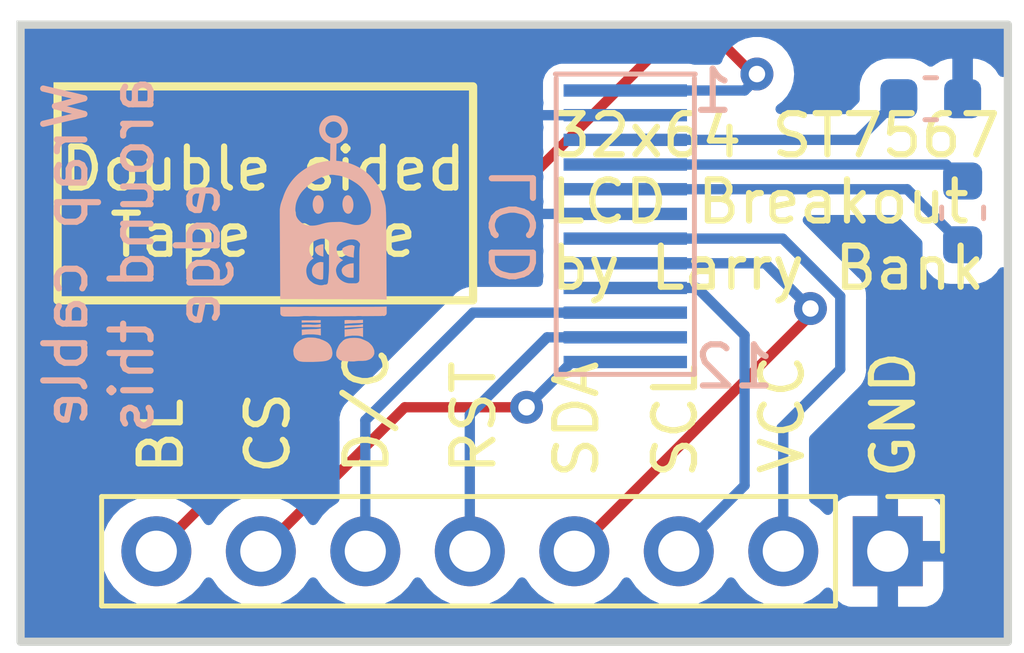
<source format=kicad_pcb>
(kicad_pcb (version 20221018) (generator pcbnew)
  (layers (0 "F.Cu" signal) (31 "B.Cu" signal) (34 "B.Paste" user) (35 "F.Paste" user) (36 "B.SilkS" user "B.Silkscreen") (37 "F.SilkS" user "F.Silkscreen") (38 "B.Mask" user) (39 "F.Mask" user) (44 "Edge.Cuts" user))
  (net 0 "")
  (net 1 "GND")
  (net 2 "Net-(LCD_64x32_1-VLCD)")
  (net 3 "Net-(LCD_64x32_1-VB1-)")
  (net 4 "Net-(LCD_64x32_1-VB1+)")
  (net 5 "Net-(J1-Pin_2)")
  (net 6 "Net-(J1-Pin_3)")
  (net 7 "Net-(J1-Pin_4)")
  (net 8 "Net-(J1-Pin_5)")
  (net 9 "Net-(J1-Pin_6)")
  (net 10 "Net-(J1-Pin_7)")
  (net 11 "Net-(J1-Pin_8)")
  (footprint "Connector_PinHeader_2.54mm:PinHeader_1x08_P2.54mm_Vertical" (layer "F.Cu") (at 184.98 481 -90)
    (fp_text reference "J1" hide)
    (fp_text value "Conn_01x08_Pin" hide)
    (pad "1" thru_hole rect (at 0 0 270) (size 1.7 1.7) (drill 1) (layers "*.Cu" "*.Mask") (net 1 "GND"))
    (pad "2" thru_hole oval (at 0 2.54 270) (size 1.7 1.7) (drill 1) (layers "*.Cu" "*.Mask") (net 5 "Net-(J1-Pin_2)"))
    (pad "3" thru_hole oval (at 0 5.08 270) (size 1.7 1.7) (drill 1) (layers "*.Cu" "*.Mask") (net 6 "Net-(J1-Pin_3)"))
    (pad "4" thru_hole oval (at 0 7.62 270) (size 1.7 1.7) (drill 1) (layers "*.Cu" "*.Mask") (net 7 "Net-(J1-Pin_4)"))
    (pad "5" thru_hole oval (at 0 10.16 270) (size 1.7 1.7) (drill 1) (layers "*.Cu" "*.Mask") (net 8 "Net-(J1-Pin_5)"))
    (pad "6" thru_hole oval (at 0 12.7 270) (size 1.7 1.7) (drill 1) (layers "*.Cu" "*.Mask") (net 9 "Net-(J1-Pin_6)"))
    (pad "7" thru_hole oval (at 0 15.24 270) (size 1.7 1.7) (drill 1) (layers "*.Cu" "*.Mask") (net 10 "Net-(J1-Pin_7)"))
    (pad "8" thru_hole oval (at 0 17.78 270) (size 1.7 1.7) (drill 1) (layers "*.Cu" "*.Mask") (net 11 "Net-(J1-Pin_8)"))
  )
  (footprint "Capacitor_SMD:C_0603_1608Metric" (layer "B.Cu") (at 186.8 472.775 90)
    (fp_text reference "C2" hide)
    (fp_text value "1uF")
    (pad "1" smd roundrect (at -0.775 0 90) (size 0.9 0.95) (layers "B.Cu" "B.Paste" "B.Mask") (net 3 "Net-(LCD_64x32_1-VB1-)"))
    (pad "2" smd roundrect (at 0.775 0 90) (size 0.9 0.95) (layers "B.Cu" "B.Paste" "B.Mask") (net 4 "Net-(LCD_64x32_1-VB1+)"))
  )
  (footprint "LOGO" (layer "B.Cu") (at 171.5 473.4 180)
    (fp_text reference "G***" hide)
    (fp_text value "LOGO" hide)
  )
  (footprint "Connector:FPC_12x0.6" (layer "B.Cu") (at 178.6 473.1 -90)
    (fp_text reference "LCD" (at 0 2.7 90) (layer "B.SilkS") (effects (justify mirror)))
    (fp_text value "~")
    (pad "1" smd rect (at -3.3 0 270) (size 0.3 3) (layers "B.Cu" "B.Paste" "B.Mask") (net 11 "Net-(J1-Pin_8)"))
    (pad "2" smd rect (at -2.7 0 270) (size 0.3 3) (layers "B.Cu" "B.Paste" "B.Mask") (net 1 "GND"))
    (pad "3" smd rect (at -2.1 0 270) (size 0.3 3) (layers "B.Cu" "B.Paste" "B.Mask") (net 2 "Net-(LCD_64x32_1-VLCD)"))
    (pad "4" smd rect (at -1.5 0 270) (size 0.3 3) (layers "B.Cu" "B.Paste" "B.Mask") (net 4 "Net-(LCD_64x32_1-VB1+)"))
    (pad "5" smd rect (at -0.9 0 270) (size 0.3 3) (layers "B.Cu" "B.Paste" "B.Mask") (net 3 "Net-(LCD_64x32_1-VB1-)"))
    (pad "6" smd rect (at -0.3 0 270) (size 0.3 3) (layers "B.Cu" "B.Paste" "B.Mask") (net 1 "GND"))
    (pad "7" smd rect (at 0.3 0 270) (size 0.3 3) (layers "B.Cu" "B.Paste" "B.Mask") (net 5 "Net-(J1-Pin_2)"))
    (pad "8" smd rect (at 0.9 0 270) (size 0.3 3) (layers "B.Cu" "B.Paste" "B.Mask") (net 7 "Net-(J1-Pin_4)"))
    (pad "9" smd rect (at 1.5 0 270) (size 0.3 3) (layers "B.Cu" "B.Paste" "B.Mask") (net 6 "Net-(J1-Pin_3)"))
    (pad "10" smd rect (at 2.1 0 270) (size 0.3 3) (layers "B.Cu" "B.Paste" "B.Mask") (net 9 "Net-(J1-Pin_6)"))
    (pad "11" smd rect (at 2.7 0 270) (size 0.3 3) (layers "B.Cu" "B.Paste" "B.Mask") (net 8 "Net-(J1-Pin_5)"))
    (pad "12" smd rect (at 3.3 0 270) (size 0.3 3) (layers "B.Cu" "B.Paste" "B.Mask") (net 10 "Net-(J1-Pin_7)"))
  )
  (footprint "Capacitor_SMD:C_0603_1608Metric" (layer "B.Cu") (at 186.025 470 180)
    (fp_text reference "C1" hide)
    (fp_text value "1uF")
    (pad "1" smd roundrect (at -0.775 0 180) (size 0.9 0.95) (layers "B.Cu" "B.Paste" "B.Mask") (net 1 "GND"))
    (pad "2" smd roundrect (at 0.775 0 180) (size 0.9 0.95) (layers "B.Cu" "B.Paste" "B.Mask") (net 2 "Net-(LCD_64x32_1-VLCD)"))
  )
  (gr_rect (start 164.8 469.7) (end 174.9 474.9) (stroke (width 0.2)) (fill none) (layer "F.SilkS"))
  (gr_rect (start 163.9 468.2) (end 187.9 483.2) (stroke (width 0.2)) (fill none) (layer "Edge.Cuts"))
  (gr_text "Wrap cable\naround this\nedge\n" (at 168.8 473.8 90) (layer "B.SilkS") (effects (font (size 1 1)) (justify bottom mirror)))
  (gr_text "1" (at 181.3 470.4) (layer "B.SilkS") (effects (font (size 1 1)) (justify left bottom mirror)))
  (gr_text "12" (at 182.3 477.1) (layer "B.SilkS") (effects (font (size 1 1)) (justify left bottom mirror)))
  (gr_text "SDA" (at 178 479.3 90) (layer "F.SilkS") (effects (font (size 1 1)) (justify left bottom)))
  (gr_text "BL" (at 167.9 479.2 90) (layer "F.SilkS") (effects (font (size 1 1)) (justify left bottom)))
  (gr_text "SCL" (at 180.4 479.3 90) (layer "F.SilkS") (effects (font (size 1 1)) (justify left bottom)))
  (gr_text "GND" (at 185.7 479.3 90) (layer "F.SilkS") (effects (font (size 1 1)) (justify left bottom)))
  (gr_text "32x64 ST7567\nLCD Breakout\nby Larry Bank\n" (at 176.7 474.7) (layer "F.SilkS") (effects (font (size 1 1)) (justify left bottom)))
  (gr_text "VCC" (at 183 479.2 90) (layer "F.SilkS") (effects (font (size 1 1)) (justify left bottom)))
  (gr_text "CS" (at 170.5 479.2 90) (layer "F.SilkS") (effects (font (size 1 1)) (justify left bottom)))
  (gr_text "D/C" (at 172.9 479.2 90) (layer "F.SilkS") (effects (font (size 1 1)) (justify left bottom)))
  (gr_text "Double sided\nTape here" (at 169.8 473.9) (layer "F.SilkS") (effects (font (size 1 1)) (justify bottom)))
  (gr_text "RST" (at 175.5 479.2 90) (layer "F.SilkS") (effects (font (size 1 1)) (justify left bottom)))
  (segment (start 178.6 472.8) (end 175.9 472.8) (width 0.25) (layer "B.Cu") (net 1))
  (segment (start 178.6 470.4) (end 175.3 470.4) (width 0.25) (layer "B.Cu") (net 1))
  (segment (start 184.25 471) (end 185.25 470) (width 0.25) (layer "B.Cu") (net 2))
  (segment (start 178.6 471) (end 184.25 471) (width 0.25) (layer "B.Cu") (net 2))
  (segment (start 185.45 472.2) (end 186.8 473.55) (width 0.25) (layer "B.Cu") (net 3))
  (segment (start 178.6 472.2) (end 185.45 472.2) (width 0.25) (layer "B.Cu") (net 3))
  (segment (start 186.4 471.6) (end 186.8 472) (width 0.25) (layer "B.Cu") (net 4))
  (segment (start 178.6 471.6) (end 186.4 471.6) (width 0.25) (layer "B.Cu") (net 4))
  (segment (start 183.825 476.575) (end 182.4 478) (width 0.25) (layer "B.Cu") (net 5))
  (segment (start 178.6 473.4) (end 182.425305 473.4) (width 0.25) (layer "B.Cu") (net 5))
  (segment (start 182.425305 473.4) (end 183.825 474.799695) (width 0.25) (layer "B.Cu") (net 5))
  (segment (start 183.825 474.799695) (end 183.825 476.575) (width 0.25) (layer "B.Cu") (net 5))
  (segment (start 182.4 478) (end 182.44 478.04) (width 0.25) (layer "B.Cu") (net 5))
  (segment (start 182.44 478.04) (end 182.44 481) (width 0.25) (layer "B.Cu") (net 5))
  (segment (start 181.5 479.4) (end 179.9 481) (width 0.25) (layer "B.Cu") (net 6))
  (segment (start 178.6 474.6) (end 180.35 474.6) (width 0.25) (layer "B.Cu") (net 6))
  (segment (start 181.5 475.75) (end 181.5 479.4) (width 0.25) (layer "B.Cu") (net 6))
  (segment (start 180.35 474.6) (end 181.5 475.75) (width 0.25) (layer "B.Cu") (net 6))
  (segment (start 177.36 481) (end 183.1 475.26) (width 0.25) (layer "F.Cu") (net 7))
  (segment (start 183.1 475.26) (end 183.1 475.1) (width 0.25) (layer "F.Cu") (net 7))
  (via (at 183.1 475.1) (size 0.8) (drill 0.4) (layers "F.Cu" "B.Cu") (net 7))
  (segment (start 182 474) (end 183.1 475.1) (width 0.25) (layer "B.Cu") (net 7))
  (segment (start 178.6 474) (end 182 474) (width 0.25) (layer "B.Cu") (net 7))
  (segment (start 174.82 477.68) (end 176.7 475.8) (width 0.25) (layer "B.Cu") (net 8))
  (segment (start 176.7 475.8) (end 178.6 475.8) (width 0.25) (layer "B.Cu") (net 8))
  (segment (start 174.82 481) (end 174.82 477.68) (width 0.25) (layer "B.Cu") (net 8))
  (segment (start 172.28 481) (end 172.28 477.82) (width 0.25) (layer "B.Cu") (net 9))
  (segment (start 172.28 477.82) (end 174.9 475.2) (width 0.25) (layer "B.Cu") (net 9))
  (segment (start 174.9 475.2) (end 178.6 475.2) (width 0.25) (layer "B.Cu") (net 9))
  (segment (start 176.2 477.5) (end 173.24 477.5) (width 0.25) (layer "F.Cu") (net 10))
  (segment (start 173.24 477.5) (end 169.74 481) (width 0.25) (layer "F.Cu") (net 10))
  (via (at 176.2 477.5) (size 0.8) (drill 0.4) (layers "F.Cu" "B.Cu") (net 10))
  (segment (start 177.3 476.4) (end 176.2 477.5) (width 0.25) (layer "B.Cu") (net 10))
  (segment (start 178.6 476.4) (end 177.3 476.4) (width 0.25) (layer "B.Cu") (net 10))
  (segment (start 179.6 468.6) (end 180.9 468.6) (width 0.25) (layer "F.Cu") (net 11))
  (segment (start 167.2 481) (end 179.6 468.6) (width 0.25) (layer "F.Cu") (net 11))
  (segment (start 181.6 469.3) (end 182 469.3) (width 0.25) (layer "F.Cu") (net 11))
  (segment (start 180.9 468.6) (end 181.6 469.3) (width 0.25) (layer "F.Cu") (net 11))
  (via (at 181.8 469.4) (size 0.8) (drill 0.4) (layers "F.Cu" "B.Cu") (net 11))
  (segment (start 181.5 469.8) (end 182 469.3) (width 0.25) (layer "B.Cu") (net 11))
  (segment (start 178.6 469.8) (end 181.5 469.8) (width 0.25) (layer "B.Cu") (net 11))
  (zone (net 1) (net_name "GND") (layer "B.Cu") (connect_pads (clearance 0.5)) (min_thickness 0.25) (fill yes (thermal_gap 0.5) (thermal_bridge_width 0.5))
    (polygon (pts (xy 163.4 467.7) (xy 188.3 467.7) (xy 188.3 483.5) (xy 163.6 483.5) (xy 163.6 467.6)))
  )
)
</source>
